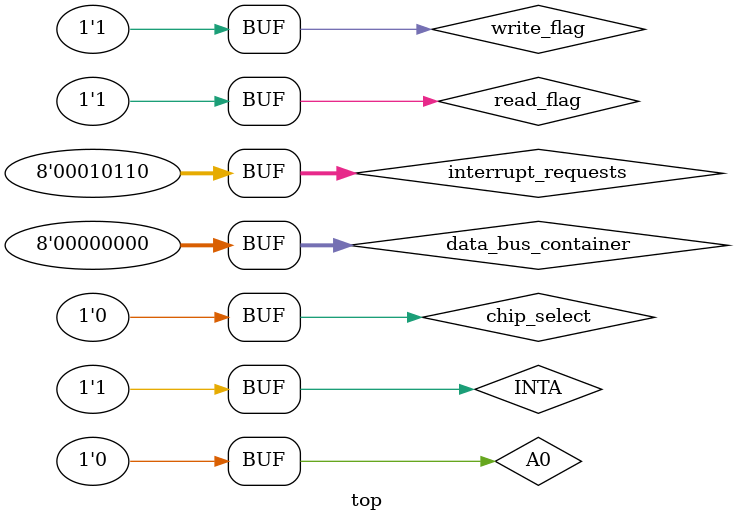
<source format=v>


module top;
    
  
   wire [7:0]  IRQ_status;
   wire [7:0]interrupt_inservice;
   wire [2:0]  last_serviced;
   wire [2:0] PriorityID;
  wire [7:0]data_Bus;
  wire [2:0] cascade_lines;
  reg [7:0] data_bus_container;
  
    reg read_flag;
    reg write_flag;
    reg A0;
    reg chip_select;
    reg slave_program;
    reg INTA;
  	reg [7:0] interrupt_requests;
    wire INT;
    wire first_ack;
    wire second_ack;

// Instantiate internal signals
  // Interrupt requests from IRR

  wire [7:0]  IR_mask;    //Interrupt mask from OCW1
  wire        Rotating_priority;  //1 for rotating and 0 for fully nested
      //the last serviced priority in ISR

   //Selected Priority given to cascade and ISR
  reg       INTFLAG;      //interrupt flag given to control
  wire edge_level_trigger; // controller + IRQ
  wire AEOI; // controller + ISR 


  wire INT_Flag;
 /**
    Read/Write + Control
*/
wire read_Enable;
wire write_Enable;
wire [2:0]EOI_specific_IRQ_index;
wire single_or_cascade;
wire specific_eoi_flag;
wire [1:0] reading_status;
wire [2:0] slave_id;
wire vecFlag;
// Instantiate modules

    
 

Control_logic control_logic(.WD(write_Enable),.RD(read_Enable),.A0(A0),.IRR(IRQ_status),.ISR(interrupt_inservice),.INTA(INTA),.INT(INT),.ICW1_LTIM(edge_level_trigger),.ICW1_SNGL(single_or_cascade),.ICW4_AEOI(AEOI),.data_bus(data_Bus), .highest_priority_ISR(PriorityID),.reset_by_EOI(EOI_specific_IRQ_index),.OCW1(IR_mask),.reading_status(reading_status),.auto_rotate_status(Rotating_priority),.specific_eoi_status(specific_eoi_flag),.begin_to_set_ISR(first_ack),.send_ISR_to_data_bus(second_ack),.slave_id(slave_id),.vecFlag(vecFlag),.INT_Flag(INT_Flag));


ISR isr(.AEOI(AEOI),.interrupts_in_service(interrupt_inservice),.last_serviced_idx(last_serviced),.specific_irq(EOI_specific_IRQ_index),.ack1(first_ack),.ack2(second_ack),.SP(slave_program),.SNGL(single_or_cascade),.specific_eoi_flag(specific_eoi_flag),.highest_priority_idx(PriorityID));


IRQs irqs(.irq_lines(interrupt_requests),.irq_status(IRQ_status),.trigger(edge_level_trigger),.inta(first_ack),.highest_priority_idx(PriorityID));

//INTFlag corresponds to What?
Priority_Resolver priority_resolver(.IRQ_status(IRQ_status),.IS_status(interrupt_inservice),.IR_mask(IR_mask),.Rotating_priority(Rotating_priority),.last_serviced(last_serviced),.PriorityID(PriorityID),.INTFLAG(INT_Flag));

Read_Write_Logic read_write(.read_enable(read_Enable),.write_enable(write_Enable),.read_flag(read_flag),
.write_flag(write_flag),.chip_select(chip_select));


cascade cscd (.SP(slave_program),.SNGL(single_or_cascade),.slaveReg(slave_id),.pulse1(begin_to_set_ISR),.pulse2(send_ISR_to_data_bus),.intrID(PriorityID),.casc(cascade_lines),.vecFlag(vecFlag));

   
  assign data_Bus = ( write_Enable==1'b0)? data_bus_container:8'bzzzzzzzz;
  
   initial begin
    // Initialize inputs
    //ICW1
    read_flag = 1'b1;
    write_flag=1'b1;
    INTA = 1'b1;
    chip_select = 1'b1;
    
    #10 chip_select = 1'b0;
    
    
    #10 write_flag = 1'b0;
    #10 write_flag = 1'b1;
    #10 write_flag = 1'b0;
     A0 =1'b0;
    data_bus_container = 8'b00011010;
    #10 write_flag = 1'b1;
        chip_select = 1'b1;
        A0 = 1'b1;
    //ICW2
    #10 chip_select =1'b0;
        A0 = 1'b1;
    #10 write_flag = 1'b0;
    #10 write_flag = 1'b1; 
    #10 write_flag = 1'b0;
        data_bus_container = 8'b11111000;
    #10 write_flag = 1'b1;
    //ICW3
    #10 chip_select =1'b0;
        A0 = 1'b1;
    #10 write_flag = 1'b0;
    #10 write_flag = 1'b1; 
    #10 write_flag = 1'b0;
        data_bus_container = 8'b00000000;
    #10 write_flag = 1'b1;
    //ICW4
     #10 chip_select =1'b0;
        A0 = 1'b1;
    #10 write_flag = 1'b0;
    #10 write_flag = 1'b1;
    #10 write_flag = 1'b0;
        data_bus_container = 8'b00001111;
    #10 write_flag = 1'b1;
    //OCW2  
    
       #10 chip_select =1'b0;
        A0 = 1'b0;
    #10 write_flag = 1'b0;
    #10 write_flag = 1'b1;
    #10 write_flag = 1'b0;
        data_bus_container = 8'b00000000;
    #10 write_flag = 1'b1;
    #10 interrupt_requests = 8'b00010000;
        #10 INTA =0;
        #10 INTA =1;
        #10 INTA = 0;
        #10 INTA = 1;
        #10 read_flag = 1'b0;
        #10 read_flag = 1'b1;
    
#10 interrupt_requests = 8'b11010000;
        #10 INTA =0;
        #10 INTA =1;
        #10 INTA = 0;
        #10 INTA = 1;
        #10 read_flag = 1'b0;
        #10 read_flag = 1'b1;
#10 interrupt_requests = 8'b00010110;
        #10 INTA =0;
        #10 INTA =1;
        #10 INTA = 0;
        #10 INTA = 1;
        #10 read_flag = 1'b0;
        #10 read_flag = 1'b1;
    
  end



    /*#10
    write_Enable = 1;
    #10
    write_Enable = 0;
    #10
    write_Enable = 1;
    
    A0 = 0;
    chip_select = 0;
    slave_program = 0;
    INTA = 0;
    interrupt_requests = 8'b00000001;
	#20
    data_bus_container = 8'b01100111;
    #100;*/

endmodule
</source>
